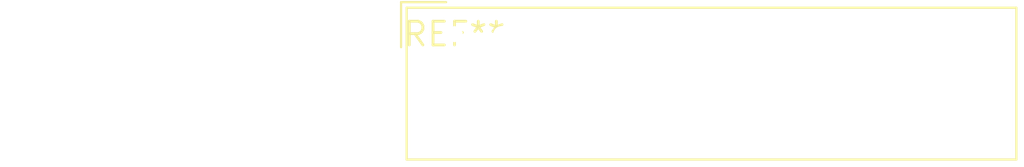
<source format=kicad_pcb>
(kicad_pcb (version 20240108) (generator pcbnew)
  (layers (0 "F.Cu" signal) (31 "B.Cu" signal) (34 "B.Paste" user) (35 "F.Paste" user) (36 "B.SilkS" user "B.Silkscreen") (37 "F.SilkS" user "F.Silkscreen") (38 "B.Mask" user) (39 "F.Mask" user) (44 "Edge.Cuts" user))
  (net 0 "")
  (footprint "Molex_SPOX_5268-12A_1x12_P2.50mm_Horizontal" (layer "F.Cu") (at 0 0)
    (property "Reference" "REF**")
    (property "Value" "Molex_SPOX_5268-12A_1x12_P2.50mm_Horizontal")
    (fp_line (start -2.86 -1.71) (end -0.45 -1.71) (layer "F.SilkS") (stroke (width 0.12)))
    (fp_line (start -2.86 0.7) (end -2.86 -1.71) (layer "F.SilkS") (stroke (width 0.12)))
    (fp_line (start -2.56 -1.41) (end -2.56 6.71) (layer "F.SilkS") (stroke (width 0.12)))
    (fp_line (start -2.56 6.71) (end 30.06 6.71) (layer "F.SilkS") (stroke (width 0.12)))
    (fp_line (start 30.06 -1.41) (end -2.56 -1.41) (layer "F.SilkS") (stroke (width 0.12)))
    (fp_line (start 30.06 6.71) (end 30.06 -1.41) (layer "F.SilkS") (stroke (width 0.12)))
    (pad "1" thru_hole roundrect (at 0 0) (size 1.7 1.85) (drill 0.85) (layers *.Cu *.Mask) (remove_unused_layers) (roundrect_rratio 0.147059))
    (pad "2" thru_hole oval (at 2.5 0) (size 1.7 1.85) (drill 0.85) (layers *.Cu *.Mask) (remove_unused_layers))
    (pad "3" thru_hole oval (at 5 0) (size 1.7 1.85) (drill 0.85) (layers *.Cu *.Mask) (remove_unused_layers))
    (pad "4" thru_hole oval (at 7.5 0) (size 1.7 1.85) (drill 0.85) (layers *.Cu *.Mask) (remove_unused_layers))
    (pad "5" thru_hole oval (at 10 0) (size 1.7 1.85) (drill 0.85) (layers *.Cu *.Mask) (remove_unused_layers))
    (pad "6" thru_hole oval (at 12.5 0) (size 1.7 1.85) (drill 0.85) (layers *.Cu *.Mask) (remove_unused_layers))
    (pad "7" thru_hole oval (at 15 0) (size 1.7 1.85) (drill 0.85) (layers *.Cu *.Mask) (remove_unused_layers))
    (pad "8" thru_hole oval (at 17.5 0) (size 1.7 1.85) (drill 0.85) (layers *.Cu *.Mask) (remove_unused_layers))
    (pad "9" thru_hole oval (at 20 0) (size 1.7 1.85) (drill 0.85) (layers *.Cu *.Mask) (remove_unused_layers))
    (pad "10" thru_hole oval (at 22.5 0) (size 1.7 1.85) (drill 0.85) (layers *.Cu *.Mask) (remove_unused_layers))
    (pad "11" thru_hole oval (at 25 0) (size 1.7 1.85) (drill 0.85) (layers *.Cu *.Mask) (remove_unused_layers))
    (pad "12" thru_hole oval (at 27.5 0) (size 1.7 1.85) (drill 0.85) (layers *.Cu *.Mask) (remove_unused_layers))
  )
)
</source>
